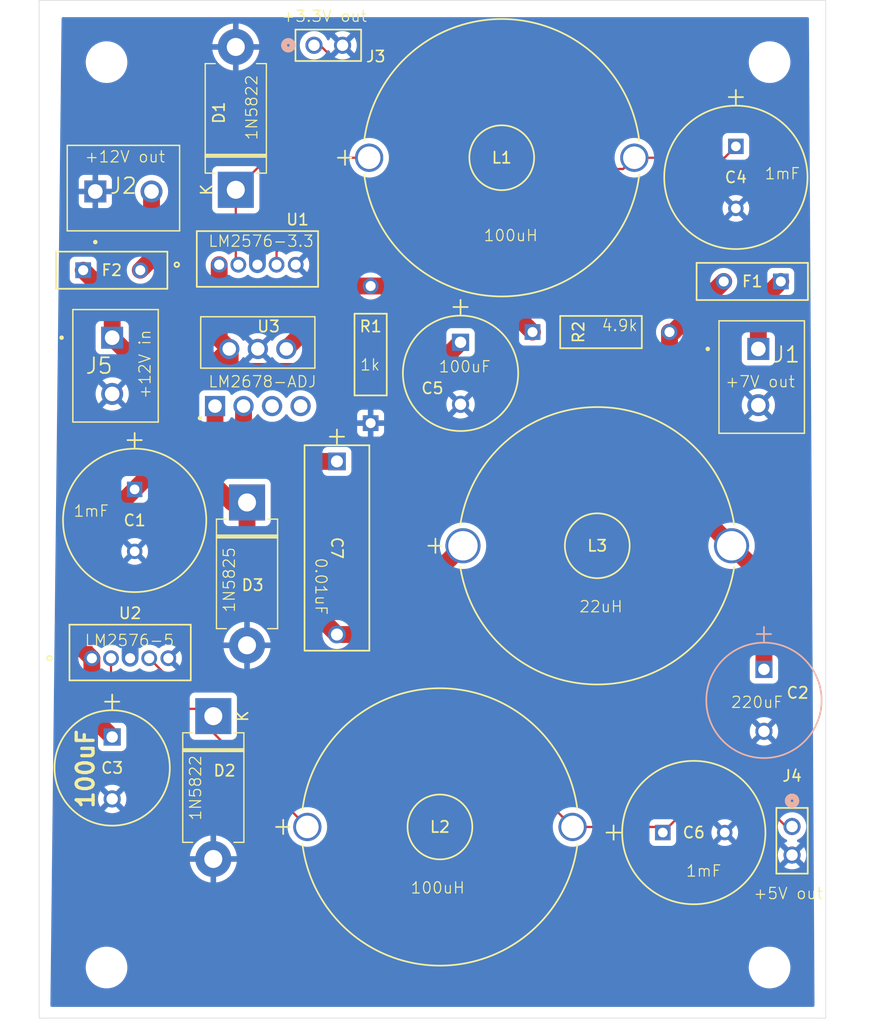
<source format=kicad_pcb>
(kicad_pcb (version 20240108) (generator "pcbnew") (generator_version "8.0")
  (title_block (title "Team 11 Power Distribution PCB") (date "2024-10-27") (rev "0.1"))
  (layers (0 "F.Cu" signal) (31 "B.Cu" signal) (34 "B.Paste" user) (35 "F.Paste" user) (36 "B.SilkS" user "B.Silkscreen") (37 "F.SilkS" user "F.Silkscreen") (38 "B.Mask" user) (39 "F.Mask" user) (44 "Edge.Cuts" user))
  (net 0 "")
  (net 1 "+12V")
  (net 2 "GND")
  (net 3 "/Vout_3.3V")
  (net 4 "/Vout_5V")
  (net 5 "Net-(D3-K)")
  (net 6 "Net-(U3-CB)")
  (net 7 "Net-(D1-K)")
  (net 8 "Net-(D2-K)")
  (net 9 "Net-(U3-FB)")
  (net 11 "/Vout_7V")
  (net 12 "/Vout_12V")
  (net 13 "Net-(J1-Pin_1)")
  (footprint "_footprints:CAP_12.5 X 25_NCH" (layer "F.Cu") (at 130 172)
    (property "Reference" "C6" (at 2.7559 0 0) (layer "F.SilkS"))
    (property "Value" "1mF")
    (fp_line (start -5.0165 0) (end -3.7465 0) (stroke (width 0.1524)) (layer "F.SilkS"))
    (fp_line (start -4.3815 -0.635) (end -4.3815 0.635) (stroke (width 0.1524)) (layer "F.SilkS"))
    (fp_circle (center 2.7559 0) (end 9.1313 0) (stroke (width 0.1524)) (fill none) (layer "F.SilkS"))
    (pad "1" thru_hole rect (at 0 0) (size 1.3716 1.3716) (drill 0.8636) (layers "*.Cu" "*.Mask") (net 4 "/Vout_5V"))
    (pad "2" thru_hole circle (at 5.5118 0) (size 1.3716 1.3716) (drill 0.8636) (layers "*.Cu" "*.Mask") (net 2 "GND"))
  )
  (footprint "_footprints:PCAP_10x16-THRU-ELECT_NCA" (layer "F.Cu") (at 112 128.41085 -90)
    (property "Reference" "C5" (at 4.08915 2.5 0) (layer "F.SilkS"))
    (property "Value" "100uF")
    (fp_line (start -3.7719 0) (end -2.5019 0) (stroke (width 0.1524)) (layer "F.SilkS"))
    (fp_line (start -3.1369 -0.635) (end -3.1369 0.635) (stroke (width 0.1524)) (layer "F.SilkS"))
    (fp_circle (center 2.7559 0) (end 7.8867 0) (stroke (width 0.1524)) (fill none) (layer "F.SilkS"))
    (pad "1" thru_hole rect (at 0 0 270) (size 1.524 1.524) (drill 1.016) (layers "*.Cu" "*.Mask") (net 1 "+12V"))
    (pad "2" thru_hole circle (at 5.5118 0 270) (size 1.524 1.524) (drill 1.016) (layers "*.Cu" "*.Mask") (net 2 "GND"))
  )
  (footprint "_footprints:CONN_PPPC021_SUL" (layer "F.Cu") (at 141.5 171.46 90)
    (property "Reference" "J4" (at 4.5 0 0) (layer "F.SilkS"))
    (property "Value" "Conn_01x02_Socket" (hide yes))
    (fp_circle (center 2.286 0) (end 2.667 0) (stroke (width 0.508)) (fill none) (layer "B.SilkS"))
    (fp_line (start 1.651 -1.397) (end -4.191 -1.397) (stroke (width 0.1524)) (layer "F.SilkS"))
    (fp_line (start -4.191 -1.397) (end -4.191 1.397) (stroke (width 0.1524)) (layer "F.SilkS"))
    (fp_line (start 1.651 1.397) (end 1.651 -1.397) (stroke (width 0.1524)) (layer "F.SilkS"))
    (fp_line (start -4.191 1.397) (end 1.651 1.397) (stroke (width 0.1524)) (layer "F.SilkS"))
    (fp_circle (center 2.286 0) (end 2.667 0) (stroke (width 0.508)) (fill none) (layer "F.SilkS"))
    (pad "1" thru_hole circle (at 0 0 90) (size 1.524 1.524) (drill 1.016) (layers "*.Cu" "*.Mask") (net 4 "/Vout_5V"))
    (pad "2" thru_hole circle (at -2.54 0 90) (size 1.524 1.524) (drill 1.016) (layers "*.Cu" "*.Mask") (net 2 "GND"))
  )
  (footprint "_footprints:FUS_RHEF100_TYCO_TYC" (layer "F.Cu") (at 140.5 123 180)
    (property "Reference" "F1" (at 2.54 0 0) (layer "F.SilkS"))
    (property "Value" "RHEF200")
    (fp_line (start 7.493 1.651) (end 7.493 -1.651) (stroke (width 0.1524)) (layer "F.SilkS"))
    (fp_line (start 7.493 -1.651) (end -2.413 -1.651) (stroke (width 0.1524)) (layer "F.SilkS"))
    (fp_line (start -2.413 1.651) (end 7.493 1.651) (stroke (width 0.1524)) (layer "F.SilkS"))
    (fp_line (start -2.413 -1.651) (end -2.413 1.651) (stroke (width 0.1524)) (layer "F.SilkS"))
    (pad "1" thru_hole rect (at 0 0 180) (size 1.397 1.397) (drill 0.889) (layers "*.Cu" "*.Mask") (net 13 "Net-(J1-Pin_1)"))
    (pad "2" thru_hole circle (at 5.08 0 180) (size 1.397 1.397) (drill 0.889) (layers "*.Cu" "*.Mask") (net 11 "/Vout_7V"))
  )
  (footprint "_footprints:T05A_TEX" (layer "F.Cu") (at 79.1928 156.5)
    (property "Reference" "U2" (at 3.4036 -4 0) (layer "F.SilkS"))
    (property "Value" "LM2576HVT-5")
    (fp_line (start -1.9939 -2.9845) (end -1.9939 1.9685) (stroke (width 0.1524)) (layer "F.SilkS"))
    (fp_line (start -1.9939 1.9685) (end 8.8011 1.9685) (stroke (width 0.1524)) (layer "F.SilkS"))
    (fp_line (start 8.8011 -2.9845) (end -1.9939 -2.9845) (stroke (width 0.1524)) (layer "F.SilkS"))
    (fp_line (start 8.8011 1.9685) (end 8.8011 -2.9845) (stroke (width 0.1524)) (layer "F.SilkS"))
    (fp_circle (center -3.7719 0) (end -3.5687 0) (stroke (width 0.1524)) (fill none) (layer "F.SilkS"))
    (pad "1" thru_hole circle (at 0 0) (size 1.4 1.4) (drill 0.9) (layers "*.Cu" "*.Mask") (net 1 "+12V"))
    (pad "2" thru_hole circle (at 1.7018 0) (size 1.4 1.4) (drill 0.9) (layers "*.Cu" "*.Mask") (net 8 "Net-(D2-K)"))
    (pad "3" thru_hole circle (at 3.4036 0) (size 1.4 1.4) (drill 0.9) (layers "*.Cu" "*.Mask") (net 2 "GND"))
    (pad "4" thru_hole circle (at 5.1054 0) (size 1.4 1.4) (drill 0.9) (layers "*.Cu" "*.Mask") (net 4 "/Vout_5V"))
    (pad "5" thru_hole circle (at 6.8072 0) (size 1.4 1.4) (drill 0.9) (layers "*.Cu" "*.Mask") (net 2 "GND"))
  )
  (footprint "_footprints:CUI_TB002-500-02BE" (layer "F.Cu") (at 138.5 129 -90)
    (property "Reference" "J1" (at 0.5 -2.5 180) (layer "F.SilkS") (effects (font (size 1.4 1.4))))
    (property "Value" "Screw_Terminal_01x02" (hide yes))
    (fp_line (start -2.5 3.5) (end -2.5 -4.1) (stroke (width 0.127)) (layer "F.SilkS"))
    (fp_line (start 7.5 3.5) (end -2.5 3.5) (stroke (width 0.127)) (layer "F.SilkS"))
    (fp_line (start -2.5 -4.1) (end 7.5 -4.1) (stroke (width 0.127)) (layer "F.SilkS"))
    (fp_line (start 7.5 -4.1) (end 7.5 3.5) (stroke (width 0.127)) (layer "F.SilkS"))
    (fp_circle (center 0 4.5) (end 0.1 4.5) (stroke (width 0.2)) (fill none) (layer "F.SilkS"))
    (pad "1" thru_hole rect (at 0 0 270) (size 1.95 1.95) (drill 1.3) (layers "*.Cu" "*.Mask") (net 13 "Net-(J1-Pin_1)"))
    (pad "2" thru_hole circle (at 5 0 270) (size 1.95 1.95) (drill 1.3) (layers "*.Cu" "*.Mask") (net 2 "GND"))
  )
  (footprint "Diode_THT:D_DO-201AD_P12.70mm_Horizontal" (layer "F.Cu") (at 92 114.85 90)
    (property "Reference" "D1" (at 6.85 -1.5 90) (layer "F.SilkS"))
    (property "Value" "1N5822")
    (fp_line (start 11.22 -2.72) (end 11.22 -1.84) (stroke (width 0.12)) (layer "F.SilkS"))
    (fp_line (start 3.145 -2.72) (end 3.145 2.72) (stroke (width 0.12)) (layer "F.SilkS"))
    (fp_line (start 3.025 -2.72) (end 3.025 2.72) (stroke (width 0.12)) (layer "F.SilkS"))
    (fp_line (start 2.905 -2.72) (end 2.905 2.72) (stroke (width 0.12)) (layer "F.SilkS"))
    (fp_line (start 1.48 -2.72) (end 11.22 -2.72) (stroke (width 0.12)) (layer "F.SilkS"))
    (fp_line (start 1.48 -1.84) (end 1.48 -2.72) (stroke (width 0.12)) (layer "F.SilkS"))
    (fp_line (start 1.48 1.84) (end 1.48 2.72) (stroke (width 0.12)) (layer "F.SilkS"))
    (fp_line (start 11.22 2.72) (end 11.22 1.84) (stroke (width 0.12)) (layer "F.SilkS"))
    (fp_line (start 1.48 2.72) (end 11.22 2.72) (stroke (width 0.12)) (layer "F.SilkS"))
    (fp_text user "K" (at 0 -2.6 90) (layer "F.SilkS"))
    (pad "1" thru_hole rect (at 0 0 90) (size 3.2 3.2) (drill 1.6) (layers "*.Cu" "*.Mask") (net 7 "Net-(D1-K)"))
    (pad "2" thru_hole oval (at 12.7 0 90) (size 3.2 3.2) (drill 1.6) (layers "*.Cu" "*.Mask") (net 2 "GND"))
  )
  (footprint "_footprints:CAP_12.5 X 25_NCH" (layer "F.Cu") (at 83 141.4882 -90)
    (property "Reference" "C1" (at 2.7559 0 0) (layer "F.SilkS"))
    (property "Value" "1mF")
    (fp_line (start -5.0165 0) (end -3.7465 0) (stroke (width 0.1524)) (layer "F.SilkS"))
    (fp_line (start -4.3815 -0.635) (end -4.3815 0.635) (stroke (width 0.1524)) (layer "F.SilkS"))
    (fp_circle (center 2.7559 0) (end 9.1313 0) (stroke (width 0.1524)) (fill none) (layer "F.SilkS"))
    (pad "1" thru_hole rect (at 0 0 270) (size 1.3716 1.3716) (drill 0.8636) (layers "*.Cu" "*.Mask") (net 1 "+12V"))
    (pad "2" thru_hole circle (at 5.5118 0 270) (size 1.3716 1.3716) (drill 0.8636) (layers "*.Cu" "*.Mask") (net 2 "GND"))
  )
  (footprint "_footprints:CAP_12.5 X 25_NCH" (layer "F.Cu") (at 136.5 110.9882 -90)
    (property "Reference" "C4" (at 2.7559 0 0) (layer "F.SilkS"))
    (property "Value" "1mF")
    (fp_line (start -5.0165 0) (end -3.7465 0) (stroke (width 0.1524)) (layer "F.SilkS"))
    (fp_line (start -4.3815 -0.635) (end -4.3815 0.635) (stroke (width 0.1524)) (layer "F.SilkS"))
    (fp_circle (center 2.7559 0) (end 9.1313 0) (stroke (width 0.1524)) (fill none) (layer "F.SilkS"))
    (pad "1" thru_hole rect (at 0 0 270) (size 1.3716 1.3716) (drill 0.8636) (layers "*.Cu" "*.Mask") (net 3 "/Vout_3.3V"))
    (pad "2" thru_hole circle (at 5.5118 0 270) (size 1.3716 1.3716) (drill 0.8636) (layers "*.Cu" "*.Mask") (net 2 "GND"))
  )
  (footprint "_footprints:CUI_TB002-500-02BE" (layer "F.Cu") (at 79.5 115)
    (property "Reference" "J2" (at 2.5 -0.5 0) (layer "F.SilkS") (effects (font (size 1.4 1.4))))
    (property "Value" "Screw_Terminal_01x02" (hide yes))
    (fp_line (start -2.5 -4.1) (end 7.5 -4.1) (stroke (width 0.127)) (layer "F.SilkS"))
    (fp_line (start -2.5 3.5) (end -2.5 -4.1) (stroke (width 0.127)) (layer "F.SilkS"))
    (fp_line (start 7.5 -4.1) (end 7.5 3.5) (stroke (width 0.127)) (layer "F.SilkS"))
    (fp_line (start 7.5 3.5) (end -2.5 3.5) (stroke (width 0.127)) (layer "F.SilkS"))
    (fp_circle (center 0 4.5) (end 0.1 4.5) (stroke (width 0.2)) (fill none) (layer "F.SilkS"))
    (pad "1" thru_hole rect (at 0 0) (size 1.95 1.95) (drill 1.3) (layers "*.Cu" "*.Mask") (net 2 "GND"))
    (pad "2" thru_hole circle (at 5 0) (size 1.95 1.95) (drill 1.3) (layers "*.Cu" "*.Mask") (net 12 "/Vout_12V"))
  )
  (footprint "MountingHole:MountingHole_3.2mm_M3" (layer "F.Cu") (at 80.5 103.5)
    (property "Reference" "REF**" (hide yes))
    (property "Value" "MountingHole_3.2mm_M3")
    (pad "" np_thru_hole circle (at 0 0) (size 3.2 3.2) (drill 3.2) (layers "*.Cu" "*.Mask"))
  )
  (footprint "MountingHole:MountingHole_3.2mm_M3" (layer "F.Cu") (at 139.5 103.5)
    (property "Reference" "REF**" (hide yes))
    (property "Value" "MountingHole_3.2mm_M3")
    (pad "" np_thru_hole circle (at 0 0) (size 3.2 3.2) (drill 3.2) (layers "*.Cu" "*.Mask"))
  )
  (footprint "_footprints:FUS_RHEF100_TYCO_TYC" (layer "F.Cu") (at 78.42 122)
    (property "Reference" "F2" (at 2.54 0 0) (layer "F.SilkS"))
    (property "Value" "RHEF200")
    (fp_line (start -2.413 -1.651) (end -2.413 1.651) (stroke (width 0.1524)) (layer "F.SilkS"))
    (fp_line (start -2.413 1.651) (end 7.493 1.651) (stroke (width 0.1524)) (layer "F.SilkS"))
    (fp_line (start 7.493 -1.651) (end -2.413 -1.651) (stroke (width 0.1524)) (layer "F.SilkS"))
    (fp_line (start 7.493 1.651) (end 7.493 -1.651) (stroke (width 0.1524)) (layer "F.SilkS"))
    (pad "1" thru_hole rect (at 0 0) (size 1.397 1.397) (drill 0.889) (layers "*.Cu" "*.Mask") (net 1 "+12V"))
    (pad "2" thru_hole circle (at 5.08 0) (size 1.397 1.397) (drill 0.889) (layers "*.Cu" "*.Mask") (net 12 "/Vout_12V"))
  )
  (footprint "_footprints:STA_RNF14_STP" (layer "F.Cu") (at 104 135.596 90)
    (property "Reference" "R1" (at 8.596 0 0) (layer "F.SilkS"))
    (property "Value" "1k")
    (fp_line (start 9.7282 -1.4351) (end 2.4638 -1.4351) (stroke (width 0.1524)) (layer "F.SilkS"))
    (fp_line (start 2.4638 -1.4351) (end 2.4638 1.4351) (stroke (width 0.1524)) (layer "F.SilkS"))
    (fp_line (start 9.7282 1.4351) (end 9.7282 -1.4351) (stroke (width 0.1524)) (layer "F.SilkS"))
    (fp_line (start 2.4638 1.4351) (end 9.7282 1.4351) (stroke (width 0.1524)) (layer "F.SilkS"))
    (pad "1" thru_hole rect (at 0 0 90) (size 1.397 1.397) (drill 0.889) (layers "*.Cu" "*.Mask") (net 2 "GND"))
    (pad "2" thru_hole circle (at 12.192 0 90) (size 1.397 1.397) (drill 0.889) (layers "*.Cu" "*.Mask") (net 9 "Net-(U3-FB)"))
  )
  (footprint "MountingHole:MountingHole_3.2mm_M3" (layer "F.Cu") (at 139.5 184)
    (property "Reference" "REF**" (hide yes))
    (property "Value" "MountingHole_3.2mm_M3")
    (pad "" np_thru_hole circle (at 0 0) (size 3.2 3.2) (drill 3.2) (layers "*.Cu" "*.Mask"))
  )
  (footprint "Diode_THT:D_DO-201AD_P12.70mm_Horizontal" (layer "F.Cu") (at 90 161.65 -90)
    (property "Reference" "D2" (at 4.85 -1 180) (layer "F.SilkS"))
    (property "Value" "1N5822")
    (fp_line (start 1.48 2.72) (end 11.22 2.72) (stroke (width 0.12)) (layer "F.SilkS"))
    (fp_line (start 11.22 2.72) (end 11.22 1.84) (stroke (width 0.12)) (layer "F.SilkS"))
    (fp_line (start 1.48 1.84) (end 1.48 2.72) (stroke (width 0.12)) (layer "F.SilkS"))
    (fp_line (start 1.48 -1.84) (end 1.48 -2.72) (stroke (width 0.12)) (layer "F.SilkS"))
    (fp_line (start 1.48 -2.72) (end 11.22 -2.72) (stroke (width 0.12)) (layer "F.SilkS"))
    (fp_line (start 2.905 -2.72) (end 2.905 2.72) (stroke (width 0.12)) (layer "F.SilkS"))
    (fp_line (start 3.025 -2.72) (end 3.025 2.72) (stroke (width 0.12)) (layer "F.SilkS"))
    (fp_line (start 3.145 -2.72) (end 3.145 2.72) (stroke (width 0.12)) (layer "F.SilkS"))
    (fp_line (start 11.22 -2.72) (end 11.22 -1.84) (stroke (width 0.12)) (layer "F.SilkS"))
    (fp_text user "K" (at 0 -2.6 90) (layer "F.SilkS"))
    (pad "1" thru_hole rect (at 0 0 270) (size 3.2 3.2) (drill 1.6) (layers "*.Cu" "*.Mask") (net 8 "Net-(D2-K)"))
    (pad "2" thru_hole oval (at 12.7 0 270) (size 3.2 3.2) (drill 1.6) (layers "*.Cu" "*.Mask") (net 2 "GND"))
  )
  (footprint "_footprints:1422311C_MUR" (layer "F.Cu") (at 112.216751 146.5)
    (property "Reference" "L3" (at 11.949999 0 0) (layer "F.SilkS"))
    (property "Value" "22uH")
    (fp_line (start -3.086102 0) (end -1.894841 0) (stroke (width 0.1524)) (layer "F.SilkS"))
    (fp_line (start -2.451102 -0.635) (end -2.451102 0.635) (stroke (width 0.1524)) (layer "F.SilkS"))
    (fp_arc (start -0.237571 -1.879882) (mid 11.949997 -12.331701) (end 24.137569 -1.879888) (stroke (width 0.1524)) (layer "F.SilkS"))
    (fp_arc (start 24.137567 1.879897) (mid 11.949999 12.3317) (end -0.237569 1.879897) (stroke (width 0.1524)) (layer "F.SilkS"))
    (fp_circle (center 11.949999 0) (end 14.832899 0) (stroke (width 0.1524)) (fill none) (layer "F.SilkS"))
    (pad "1" thru_hole circle (at -0.000001 0) (size 3.1242 3.1242) (drill 2.6162) (layers "*.Cu" "*.Mask") (net 5 "Net-(D3-K)"))
    (pad "2" thru_hole circle (at 23.899999 0) (size 3.1242 3.1242) (drill 2.6162) (layers "*.Cu" "*.Mask") (net 11 "/Vout_7V"))
  )
  (footprint "_footprints:PHE-BD_KEM" (layer "F.Cu") (at 101 139 -90)
    (property "Reference" "C7" (at 7.6962 0 -90) (layer "F.SilkS"))
    (property "Value" "0.01uF")
    (fp_line (start 16.8275 2.8829) (end -1.4351 2.8829) (stroke (width 0.1524)) (layer "F.SilkS"))
    (fp_line (start -2.8321 0) (end -1.5621 0) (stroke (width 0.1524)) (layer "F.SilkS"))
    (fp_line (start -2.1971 -0.635) (end -2.1971 0.635) (stroke (width 0.1524)) (layer "F.SilkS"))
    (fp_line (start -1.4351 -2.8829) (end -1.4351 2.8829) (stroke (width 0.1524)) (layer "F.SilkS"))
    (fp_line (start 16.8275 -2.8829) (end 16.8275 2.8829) (stroke (width 0.1524)) (layer "F.SilkS"))
    (fp_line (start 16.8275 -2.8829) (end -1.4351 -2.8829) (stroke (width 0.1524)) (layer "F.SilkS"))
    (pad "1" thru_hole rect (at 0 0 270) (size 1.5748 1.5748) (drill 1.0668) (layers "*.Cu" "*.Mask") (net 6 "Net-(U3-CB)"))
    (pad "2" thru_hole circle (at 15.3924 0 270) (size 1.5748 1.5748) (drill 1.0668) (layers "*.Cu" "*.Mask") (net 5 "Net-(D3-K)"))
  )
  (footprint "_footprints:1410454C_MUR" (layer "F.Cu") (at 98.366749 171.5)
    (property "Reference" "L2" (at 11.800001 0 0) (layer "F.SilkS"))
    (property "Value" "100uH")
    (fp_line (start -2.781301 0) (end -1.590039 0) (stroke (width 0.1524)) (layer "F.SilkS"))
    (fp_line (start -2.146301 -0.635) (end -2.146301 0.635) (stroke (width 0.1524)) (layer "F.SilkS"))
    (fp_arc (start -0.43655 -1.528935) (mid 11.8 -12.3317) (end 24.036552 -1.528938) (stroke (width 0.1524)) (layer "F.SilkS"))
    (fp_arc (start 24.036552 1.528936) (mid 11.800002 12.3317) (end -0.436549 1.528936) (stroke (width 0.1524)) (layer "F.SilkS"))
    (fp_circle (center 11.800001 0) (end 14.682901 0) (stroke (width 0.1524)) (fill none) (layer "F.SilkS"))
    (pad "1" thru_hole circle (at 0.000001 0) (size 2.5146 2.5146) (drill 2.0066) (layers "*.Cu" "*.Mask") (net 8 "Net-(D2-K)"))
    (pad "2" thru_hole circle (at 23.600002 0) (size 2.5146 2.5146) (drill 2.0066) (layers "*.Cu" "*.Mask") (net 4 "/Vout_5V"))
  )
  (footprint "_footprints:STA_RNF14_STP" (layer "F.Cu") (at 118.404 127.5)
    (property "Reference" "R2" (at 4.096 0 90) (layer "F.SilkS"))
    (property "Value" "4.9k")
    (fp_line (start 2.4638 -1.4351) (end 2.4638 1.4351) (stroke (width 0.1524)) (layer "F.SilkS"))
    (fp_line (start 2.4638 1.4351) (end 9.7282 1.4351) (stroke (width 0.1524)) (layer "F.SilkS"))
    (fp_line (start 9.7282 -1.4351) (end 2.4638 -1.4351) (stroke (width 0.1524)) (layer "F.SilkS"))
    (fp_line (start 9.7282 1.4351) (end 9.7282 -1.4351) (stroke (width 0.1524)) (layer "F.SilkS"))
    (pad "1" thru_hole rect (at 0 0) (size 1.397 1.397) (drill 0.889) (layers "*.Cu" "*.Mask") (net 9 "Net-(U3-FB)"))
    (pad "2" thru_hole circle (at 12.192 0) (size 1.397 1.397) (drill 0.889) (layers "*.Cu" "*.Mask") (net 11 "/Vout_7V"))
  )
  (footprint "Diode_THT:D_DO-201AD_P12.70mm_Horizontal" (layer "F.Cu") (at 93 142.65 -90)
    (property "Reference" "D3" (at 7.35 -0.5 180) (layer "F.SilkS"))
    (property "Value" "1N5825")
    (fp_line (start 1.48 2.72) (end 11.22 2.72) (stroke (width 0.12)) (layer "F.SilkS"))
    (fp_line (start 11.22 2.72) (end 11.22 1.84) (stroke (width 0.12)) (layer "F.SilkS"))
    (fp_line (start 1.48 1.84) (end 1.48 2.72) (stroke (width 0.12)) (layer "F.SilkS"))
    (fp_line (start 1.48 -1.84) (end 1.48 -2.72) (stroke (width 0.12)) (layer "F.SilkS"))
    (fp_line (start 1.48 -2.72) (end 11.22 -2.72) (stroke (width 0.12)) (layer "F.SilkS"))
    (fp_line (start 2.905 -2.72) (end 2.905 2.72) (stroke (width 0.12)) (layer "F.SilkS"))
    (fp_line (start 3.025 -2.72) (end 3.025 2.72) (stroke (width 0.12)) (layer "F.SilkS"))
    (fp_line (start 3.145 -2.72) (end 3.145 2.72) (stroke (width 0.12)) (layer "F.SilkS"))
    (fp_line (start 11.22 -2.72) (end 11.22 -1.84) (stroke (width 0.12)) (layer "F.SilkS"))
    (pad "1" thru_hole rect (at 0 0 270) (size 3.2 3.2) (drill 1.6) (layers "*.Cu" "*.Mask") (net 5 "Net-(D3-K)"))
    (pad "2" thru_hole oval (at 12.7 0 270) (size 3.2 3.2) (drill 1.6) (layers "*.Cu" "*.Mask") (net 2 "GND"))
  )
  (footprint "MountingHole:MountingHole_3.2mm_M3" (layer "F.Cu") (at 80.5 184)
    (property "Reference" "REF**" (hide yes))
    (property "Value" "MountingHole_3.2mm_M3")
    (pad "" np_thru_hole circle (at 0 0) (size 3.2 3.2) (drill 3.2) (layers "*.Cu" "*.Mask"))
  )
  (footprint "_footprints:CONN_PPPC021_SUL" (layer "F.Cu") (at 98.96 102 180)
    (property "Reference" "J3" (at -5.5 -1 0) (layer "F.SilkS"))
    (property "Value" "Conn_01x02_Socket" (hide yes))
    (fp_circle (center 2.286 0) (end 2.667 0) (stroke (width 0.508)) (fill none) (layer "B.SilkS"))
    (fp_line (start 1.651 1.397) (end 1.651 -1.397) (stroke (width 0.1524)) (layer "F.SilkS"))
    (fp_line (start 1.651 -1.397) (end -4.191 -1.397) (stroke (width 0.1524)) (layer "F.SilkS"))
    (fp_line (start -4.191 1.397) (end 1.651 1.397) (stroke (width 0.1524)) (layer "F.SilkS"))
    (fp_line (start -4.191 -1.397) (end -4.191 1.397) (stroke (width 0.1524)) (layer "F.SilkS"))
    (fp_circle (center 2.286 0) (end 2.667 0) (stroke (width 0.508)) (fill none) (layer "F.SilkS"))
    (pad "1" thru_hole circle (at 0 0 180) (size 1.524 1.524) (drill 1.016) (layers "*.Cu" "*.Mask") (net 3 "/Vout_3.3V"))
    (pad "2" thru_hole circle (at -2.54 0 180) (size 1.524 1.524) (drill 1.016) (layers "*.Cu" "*.Mask") (net 2 "GND"))
  )
  (footprint "_footprints:CUI_TB002-500-02BE" (layer "F.Cu") (at 81 128 -90)
    (property "Reference" "J5" (at 2.5 1.1625 180) (layer "F.SilkS") (effects (font (size 1.4 1.4))))
    (property "Value" "Screw_Terminal_01x02" (hide yes))
    (fp_line (start -2.5 3.5) (end -2.5 -4.1) (stroke (width 0.127)) (layer "F.SilkS"))
    (fp_line (start 7.5 3.5) (end -2.5 3.5) (stroke (width 0.127)) (layer "F.SilkS"))
    (fp_line (start -2.5 -4.1) (end 7.5 -4.1) (stroke (width 0.127)) (layer "F.SilkS"))
    (fp_line (start 7.5 -4.1) (end 7.5 3.5) (stroke (width 0.127)) (layer "F.SilkS"))
    (fp_circle (center 0 4.5) (end 0.1 4.5) (stroke (width 0.2)) (fill none) (layer "F.SilkS"))
    (pad "1" thru_hole rect (at 0 0 270) (size 1.95 1.95) (drill 1.3) (layers "*.Cu" "*.Mask") (net 1 "+12V"))
    (pad "2" thru_hole circle (at 5 0 270) (size 1.95 1.95) (drill 1.3) (layers "*.Cu" "*.Mask") (net 2 "GND"))
  )
  (footprint "_footprints:TO127P1041X469X2199-7N" (layer "F.Cu") (at 93.96 129)
    (property "Reference" "U3" (at 0.96 -2 0) (layer "F.SilkS") (effects (font (size 1.003134 1.003134))))
    (property "Value" "LM2678T")
    (fp_line (start -5.08 -2.86) (end -5.08 1.71) (stroke (width 0.127)) (layer "F.SilkS"))
    (fp_line (start -5.08 1.71) (end 5.08 1.71) (stroke (width 0.127)) (layer "F.SilkS"))
    (fp_line (start 5.08 -2.86) (end -5.08 -2.86) (stroke (width 0.127)) (layer "F.SilkS"))
    (fp_line (start 5.08 1.71) (end 5.08 -2.86) (stroke (width 0.127)) (layer "F.SilkS"))
    (fp_circle (center -5.15 6.15) (end -5.05 6.15) (stroke (width 0.2)) (fill none) (layer "F.SilkS"))
    (pad "1" thru_hole rect (at -3.81 5.08) (size 1.8 1.8) (drill 1.2) (layers "*.Cu" "*.Mask") (net 5 "Net-(D3-K)"))
    (pad "2" thru_hole circle (at -2.54 0) (size 1.8 1.8) (drill 1.2) (layers "*.Cu" "*.Mask") (net 1 "+12V"))
    (pad "3" thru_hole circle (at -1.27 5.08) (size 1.8 1.8) (drill 1.2) (layers "*.Cu" "*.Mask") (net 6 "Net-(U3-CB)"))
    (pad "4" thru_hole circle (at 0 0) (size 1.8 1.8) (drill 1.2) (layers "*.Cu" "*.Mask") (net 2 "GND"))
    (pad "5" thru_hole circle (at 1.27 5.08) (size 1.8 1.8) (drill 1.2) (layers "*.Cu" "*.Mask"))
    (pad "6" thru_hole circle (at 2.54 0) (size 1.8 1.8) (drill 1.2) (layers "*.Cu" "*.Mask") (net 9 "Net-(U3-FB)"))
    (pad "7" thru_hole circle (at 3.81 5.08) (size 1.8 1.8) (drill 1.2) (layers "*.Cu" "*.Mask"))
  )
  (footprint "_footprints:T05A_TEX" (layer "F.Cu") (at 90.5235 121.508)
    (property "Reference" "U1" (at 6.9765 -4.008 0) (layer "F.SilkS"))
    (property "Value" "LM2576-3.3")
    (fp_line (start -1.9939 -2.9845) (end -1.9939 1.9685) (stroke (width 0.1524)) (layer "F.SilkS"))
    (fp_line (start -1.9939 1.9685) (end 8.8011 1.9685) (stroke (width 0.1524)) (layer "F.SilkS"))
    (fp_line (start 8.8011 -2.9845) (end -1.9939 -2.9845) (stroke (width 0.1524)) (layer "F.SilkS"))
    (fp_line (start 8.8011 1.9685) (end 8.8011 -2.9845) (stroke (width 0.1524)) (layer "F.SilkS"))
    (fp_circle (center -3.7719 0) (end -3.5687 0) (stroke (width 0.1524)) (fill none) (layer "F.SilkS"))
    (pad "1" thru_hole circle (at 0 0) (size 1.4 1.4) (drill 0.9) (layers "*.Cu" "*.Mask") (net 1 "+12V"))
    (pad "2" thru_hole circle (at 1.7018 0) (size 1.4 1.4) (drill 0.9) (layers "*.Cu" "*.Mask") (net 7 "Net-(D1-K)"))
    (pad "3" thru_hole circle (at 3.4036 0) (size 1.4 1.4) (drill 0.9) (layers "*.Cu" "*.Mask") (net 2 "GND"))
    (pad "4" thru_hole circle (at 5.1054 0) (size 1.4 1.4) (drill 0.9) (layers "*.Cu" "*.Mask") (net 3 "/Vout_3.3V"))
    (pad "5" thru_hole circle (at 6.8072 0) (size 1.4 1.4) (drill 0.9) (layers "*.Cu" "*.Mask") (net 2 "GND"))
  )
  (footprint "_footprints:PCAP_10x16-THRU-ELECT_NCA" (layer "F.Cu") (at 81 163.5 -90)
    (property "Reference" "C3" (at 2.7559 0 0) (layer "F.SilkS"))
    (property "Value" "100uF")
    (fp_line (start -3.7719 0) (end -2.5019 0) (stroke (width 0.1524)) (layer "F.SilkS"))
    (fp_line (start -3.1369 -0.635) (end -3.1369 0.635) (stroke (width 0.1524)) (layer "F.SilkS"))
    (fp_circle (center 2.7559 0) (end 7.8867 0) (stroke (width 0.1524)) (fill none) (layer "F.SilkS"))
    (pad "1" thru_hole rect (at 0 0 270) (size 1.524 1.524) (drill 1.016) (layers "*.Cu" "*.Mask") (net 1 "+12V"))
    (pad "2" thru_hole circle (at 5.5118 0 270) (size 1.524 1.524) (drill 1.016) (layers "*.Cu" "*.Mask") (net 2 "GND"))
  )
  (footprint "_footprints:1410454C_MUR" (layer "F.Cu") (at 103.866749 112)
    (property "Reference" "L1" (at 11.800001 0 0) (layer "F.SilkS"))
    (property "Value" "100uH")
    (fp_line (start -2.781301 0) (end -1.590039 0) (stroke (width 0.1524)) (layer "F.SilkS"))
    (fp_line (start -2.146301 -0.635) (end -2.146301 0.635) (stroke (width 0.1524)) (layer "F.SilkS"))
    (fp_arc (start -0.43655 -1.528935) (mid 11.8 -12.3317) (end 24.036552 -1.528938) (stroke (width 0.1524)) (layer "F.SilkS"))
    (fp_arc (start 24.036552 1.528936) (mid 11.800002 12.3317) (end -0.436549 1.528936) (stroke (width 0.1524)) (layer "F.SilkS"))
    (fp_circle (center 11.800001 0) (end 14.682901 0) (stroke (width 0.1524)) (fill none) (layer "F.SilkS"))
    (pad "1" thru_hole circle (at 0.000001 0) (size 2.5146 2.5146) (drill 2.0066) (layers "*.Cu" "*.Mask") (net 7 "Net-(D1-K)"))
    (pad "2" thru_hole circle (at 23.600002 0) (size 2.5146 2.5146) (drill 2.0066) (layers "*.Cu" "*.Mask") (net 3 "/Vout_3.3V"))
  )
  (footprint "_footprints:PCAP_10x16-THRU-ELECT_NCA" (layer "B.Cu") (at 139 157.4882 -90)
    (property "Reference" "C2" (at 2.08915 -3 0) (layer "F.SilkS"))
    (property "Value" "220uF")
    (fp_line (start -2.5019 0) (end -3.7719 0) (stroke (width 0.1524)) (layer "B.SilkS"))
    (fp_line (start -3.1369 -0.635) (end -3.1369 0.635) (stroke (width 0.1524)) (layer "B.SilkS"))
    (fp_circle (center 2.7559 0) (end 7.8867 0) (stroke (width 0.1524)) (fill none) (layer "B.SilkS"))
    (pad "1" thru_hole rect (at 0 0 270) (size 1.524 1.524) (drill 1.016) (layers "*.Cu" "*.Mask") (net 11 "/Vout_7V"))
    (pad "2" thru_hole circle (at 5.5118 0 270) (size 1.524 1.524) (drill 1.016) (layers "*.Cu" "*.Mask") (net 2 "GND"))
  )
  (gr_rect (start 74.5 98) (end 144.5 188.5) (stroke (width 0.05)) (fill none) (layer "Edge.Cuts"))
  (gr_text "+3.3V out" (at 96 100 0) (layer "F.SilkS") (effects (font (size 1 1) (thickness 0.1)) (justify left bottom)))
  (gr_text "220uF" (at 136 161 0) (layer "F.SilkS") (effects (font (size 1 1) (thickness 0.1)) (justify left bottom)))
  (gr_text "100uF" (at 110 131.16675 0) (layer "F.SilkS") (effects (font (size 1 1) (thickness 0.1)) (justify left bottom)))
  (gr_text "1mF" (at 77.5 144 0) (layer "F.SilkS") (effects (font (size 1 1) (thickness 0.1)) (justify left bottom)))
  (gr_text "4.9k" (at 124.5 127.5 0) (layer "F.SilkS") (effects (font (size 1 1) (thickness 0.1)) (justify left bottom)))
  (gr_text "+12V in" (at 84.5 133.5 90) (layer "F.SilkS") (effects (font (size 1 1) (thickness 0.1)) (justify left bottom)))
  (gr_text "LM2576-3.3" (at 89.5 120 0) (layer "F.SilkS") (effects (font (size 1 1) (thickness 0.1)) (justify left bottom)))
  (gr_text "0.01uF" (at 99 147.5 -90) (layer "F.SilkS") (effects (font (size 1 1) (thickness 0.1)) (justify left bottom)))
  (gr_text "+5V out" (at 138 178 0) (layer "F.SilkS") (effects (font (size 1 1) (thickness 0.1)) (justify left bottom)))
  (gr_text "22uH" (at 122.5 152.5 0) (layer "F.SilkS") (effects (font (size 1 1) (thickness 0.1)) (justify left bottom)))
  (gr_text "100uH" (at 107.5 177.5 0) (layer "F.SilkS") (effects (font (size 1 1) (thickness 0.1)) (justify left bottom)))
  (gr_text "LM2678-ADJ" (at 89.5 132.5 0) (layer "F.SilkS") (effects (font (size 1 1) (thickness 0.1)) (justify left bottom)))
  (gr_text "1k" (at 103 131 0) (layer "F.SilkS") (effects (font (size 1 1) (thickness 0.1)) (justify left bottom)))
  (gr_text "1N5825" (at 92 152.5 90) (layer "F.SilkS") (effects (font (size 1 1) (thickness 0.1)) (justify left bottom)))
  (gr_text "1mF" (at 132 176 0) (layer "F.SilkS") (effects (font (size 1 1) (thickness 0.1)) (justify left bottom)))
  (gr_text "100uF" (at 79.5 170 90) (layer "F.SilkS") (effects (font (size 1.5 1.5) (thickness 0.3) (bold yes)) (justify left bottom)))
  (gr_text "+12V out" (at 78.5 112.5 0) (layer "F.SilkS") (effects (font (size 1 1) (thickness 0.1)) (justify left bottom)))
  (gr_text "1N5822" (at 94 110.5 90) (layer "F.SilkS") (effects (font (size 1 1) (thickness 0.1)) (justify left bottom)))
  (gr_text "LM2576-5" (at 78.5 155.5 0) (layer "F.SilkS") (effects (font (size 1 1) (thickness 0.1)) (justify left bottom)))
  (gr_text "1N5822" (at 89 171 90) (layer "F.SilkS") (effects (font (size 1 1) (thickness 0.1)) (justify left bottom)))
  (gr_text "+7V out" (at 135.5 132.5 0) (layer "F.SilkS") (effects (font (size 1 1) (thickness 0.1)) (justify left bottom)))
  (gr_text "1mF" (at 139 114 0) (layer "F.SilkS") (effects (font (size 1 1) (thickness 0.1)) (justify left bottom)))
  (gr_text "100uH" (at 114 119.5 0) (layer "F.SilkS") (effects (font (size 1 1) (thickness 0.1)) (justify left bottom)))
  (segment (start 78.5 155.8072) (end 79.1928 156.5) (width 1.5) (layer "F.Cu") (net 1))
  (segment (start 91.5 131) (end 109.41085 131) (width 1.5) (layer "F.Cu") (net 1))
  (segment (start 91.42 129) (end 91.5 129.08) (width 1.5) (layer "F.Cu") (net 1))
  (segment (start 83 141.4882) (end 84 140.4882) (width 1.5) (layer "F.Cu") (net 1))
  (segment (start 81 128) (end 84 131) (width 1.5) (layer "F.Cu") (net 1))
  (segment (start 90.5235 128.1035) (end 91.42 129) (width 1.5) (layer "F.Cu") (net 1))
  (segment (start 91.5 129.08) (end 91.5 131) (width 1.5) (layer "F.Cu") (net 1))
  (segment (start 83 141.5) (end 78.5 146) (width 1.5) (layer "F.Cu") (net 1))
  (segment (start 79.1928 161.6928) (end 81 163.5) (width 1.5) (layer "F.Cu") (net 1))
  (segment (start 81 128) (end 81 124.58) (width 1.5) (layer "F.Cu") (net 1))
  (segment (start 81 124.58) (end 78.42 122) (width 1.5) (layer "F.Cu") (net 1))
  (segment (start 78.5 146) (end 78.5 155.8072) (width 1.5) (layer "F.Cu") (net 1))
  (segment (start 84 131) (end 89.42 131) (width 1.5) (layer "F.Cu") (net 1))
  (segment (start 84 140.4882) (end 84 131) (width 1.5) (layer "F.Cu") (net 1))
  (segment (start 83 141.4882) (end 83 141.5) (width 1.5) (layer "F.Cu") (net 1))
  (segment (start 90.5235 121.508) (end 90.5235 128.1035) (width 1.5) (layer "F.Cu") (net 1))
  (segment (start 89.42 131) (end 91.42 129) (width 1.5) (layer "F.Cu") (net 1))
  (segment (start 109.41085 131) (end 112 128.41085) (width 1.5) (layer "F.Cu") (net 1))
  (segment (start 79.1928 156.5) (end 79.1928 161.6928) (width 1.5) (layer "F.Cu") (net 1))
  (segment (start 93.9271 121.508) (end 93.9271 120.0729) (width 1.5) (layer "B.Cu") (net 2))
  (segment (start 93.9271 120.0729) (end 94 120) (width 1.5) (layer "B.Cu") (net 2))
  (segment (start 82.5964 156.5) (end 82.5964 155.5964) (width 1.5) (layer "B.Cu") (net 2))
  (segment (start 104 116) (end 107 113) (width 0.2) (layer "F.Cu") (net 3))
  (segment (start 99.5 102) (end 98.96 102) (width 0.2) (layer "F.Cu") (net 3))
  (segment (start 107 109.5) (end 99.5 102) (width 0.2) (layer "F.Cu") (net 3))
  (segment (start 107 113) (end 126.466751 113) (width 0.2) (layer "F.Cu") (net 3))
  (segment (start 127.466751 112) (end 135.4882 112) (width 0.2) (layer "F.Cu") (net 3))
  (segment (start 95.6289 120.3711) (end 100 116) (width 0.2) (layer "F.Cu") (net 3))
  (segment (start 107 113) (end 107 109.5) (width 0.2) (layer "F.Cu") (net 3))
  (segment (start 100 116) (end 104 116) (width 0.2) (layer "F.Cu") (net 3))
  (segment (start 135.4882 112) (end 136.5 110.9882) (width 0.2) (layer "F.Cu") (net 3))
  (segment (start 95.6289 121.508) (end 95.6289 120.3711) (width 0.2) (layer "F.Cu") (net 3))
  (segment (start 126.466751 113) (end 127.466751 112) (width 0.2) (layer "F.Cu") (net 3))
  (segment (start 139.5 170) (end 140.96 171.46) (width 0.2) (layer "F.Cu") (net 4))
  (segment (start 129.5 171.5) (end 130 172) (width 0.2) (layer "F.Cu") (net 4))
  (segment (start 130 172) (end 132 170) (width 0.2) (layer "F.Cu") (net 4))
  (segment (start 140.96 171.46) (end 141.5 171.46) (width 0.2) (layer "F.Cu") (net 4))
  (segment (start 84.2982 156.5) (end 86.7982 159) (width 0.2) (layer "F.Cu") (net 4))
  (segment (start 121.966751 171.5) (end 129.5 171.5) (width 0.2) (layer "F.Cu") (net 4))
  (segment (start 109.466751 159) (end 121.966751 171.5) (width 0.2) (layer "F.Cu") (net 4))
  (segment (start 132 170) (end 139.5 170) (width 0.2) (layer "F.Cu") (net 4))
  (segment (start 86.7982 159) (end 109.466751 159) (width 0.2) (layer "F.Cu") (net 4))
  (segment (start 90 141) (end 90.15 140.85) (width 1.5) (layer "F.Cu") (net 5))
  (segment (start 93 142.65) (end 93 146.3924) (width 1.5) (layer "F.Cu") (net 5))
  (segment (start 91.65 142.65) (end 90 141) (width 1.5) (layer "F.Cu") (net 5))
  (segment (start 90.15 140.85) (end 90.15 134.08) (width 1.5) (layer "F.Cu") (net 5))
  (segment (start 93 146.3924) (end 101 154.3924) (width 1.5) (layer "F.Cu") (net 5))
  (segment (start 101 154.3924) (end 104.32435 154.3924) (width 1.5) (layer "F.Cu") (net 5))
  (segment (start 93 142.65) (end 91.65 142.65) (width 1.5) (layer "F.Cu") (net 5))
  (segment (start 104.32435 154.3924) (end 112.21675 146.5) (width 1.5) (layer "F.Cu") (net 5))
  (segment (start 92.69 134.08) (end 92.69 135.69) (width 1.5) (layer "F.Cu") (net 6))
  (segment (start 96 139) (end 101 139) (width 1.5) (layer "F.Cu") (net 6))
  (segment (start 92.69 135.69) (end 96 139) (width 1.5) (layer "F.Cu") (net 6))
  (segment (start 94.85 112) (end 103.86675 112) (width 0.2) (layer "F.Cu") (net 7))
  (segment (start 92 121.2827) (end 92.2253 121.508) (width 0.2) (layer "F.Cu") (net 7))
  (segment (start 92 114.85) (end 94.85 112) (width 0.2) (layer "F.Cu") (net 7))
  (segment (start 92 114.85) (end 92 121.2827) (width 0.2) (layer "F.Cu") (net 7))
  (segment (start 90 163.13325) (end 98.36675 171.5) (width 0.2) (layer "F.Cu") (net 8))
  (segment (start 84 161) (end 89.35 161) (width 0.2) (layer "F.Cu") (net 8))
  (segment (start 90 161.65) (end 90 163.13325) (width 0.2) (layer "F.Cu") (net 8))
  (segment (start 80.8946 156.5) (end 80.8946 157.8946) (width 0.2) (layer "F.Cu") (net 8))
  (segment (start 80.8946 157.8946) (end 84 161) (width 0.2) (layer "F.Cu") (net 8))
  (segment (start 89.35 161) (end 90 161.65) (width 0.2) (layer "F.Cu") (net 8))
  (segment (start 102.096 123.404) (end 104 123.404) (width 1.5) (layer "F.Cu") (net 9))
  (segment (start 96.5 129) (end 102.096 123.404) (width 1.5) (layer "F.Cu") (net 9))
  (segment (start 104 123.404) (end 114.308 123.404) (width 1.5) (layer "F.Cu") (net 9))
  (segment (start 114.308 123.404) (end 118.404 127.5) (width 1.5) (layer "F.Cu") (net 9))
  (segment (start 130.596 127.5) (end 130.596 140.97925) (width 1.5) (layer "F.Cu") (net 11))
  (segment (start 139 157.4882) (end 139 149.38325) (width 1.5) (layer "F.Cu") (net 11))
  (segment (start 130.92 127.5) (end 135.42 123) (width 1.5) (layer "F.Cu") (net 11))
  (segment (start 139 149.38325) (end 136.11675 146.5) (width 1.5) (layer "F.Cu") (net 11))
  (segment (start 130.596 140.97925) (end 136.11675 146.5) (width 1.5) (layer "F.Cu") (net 11))
  (segment (start 130.596 127.5) (end 130.92 127.5) (width 1.5) (layer "F.Cu") (net 11))
  (segment (start 83.5 122) (end 84.5 121) (width 1.5) (layer "F.Cu") (net 12))
  (segment (start 84.5 121) (end 84.5 115) (width 1.5) (layer "F.Cu") (net 12))
  (segment (start 138.5 129) (end 138.5 125) (width 1.5) (layer "F.Cu") (net 13))
  (segment (start 138.5 125) (end 140.5 123) (width 1.5) (layer "F.Cu") (net 13))
  (zone (net 2) (net_name "GND") (layer "B.Cu") (connect_pads (clearance 0.5)) (min_thickness 0.25) (fill yes (thermal_gap 0.5) (thermal_bridge_width 0.5))
    (polygon (pts (xy 76.5 99.5) (xy 143 99.5) (xy 143.5 187.5) (xy 75.5 187.5)))
  )
)
</source>
